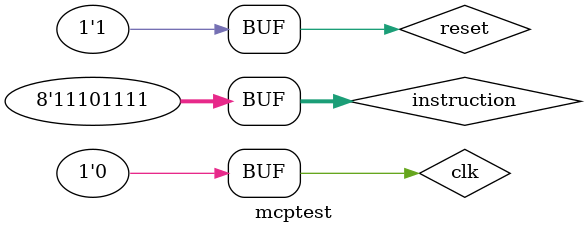
<source format=v>
`timescale 1ns / 1ps


module mcptest;

	// Inputs
	reg [7:0] instruction;
	reg clk;
	reg reset;

	// Outputs
	wire [7:0] nextAddress;
	wire [6:0] out1;
	wire [6:0] out2;
	wire [6:0] out3;
	wire [6:0] out4;

	// Instantiate the Unit Under Test (UUT)
	MCP uut (
		.instruction(instruction), 
		.clk(clk), 
		.reset(reset), 
		.nextAddress(nextAddress), 
		.out1(out1), 
		.out2(out2), 
		.out3(out3), 
		.out4(out4)
	);
	/*
	initial begin
	clk=0;
	forever #10 clk=~clk;
	end
	*/
	initial begin
		// Initialize Inputs
		instruction = 0;
		clk = 0;
		reset = 0;
		#100;
		/*
		// Wait 100 ns for global reset to finish
		
		instruction = 8'b01001001;
		#50;
		clk = 1;
		#50;
		clk=0;
		instruction =  8'b11000001;
		#50;
		clk = 1;
		#50;
		clk=0;
		instruction =  8'b00011000;
		#50;
		clk = 1;
		#50;
		clk=0;
		instruction =  8'b10101001;
		#50;
		clk = 1;
		#50;
		clk=0;
		instruction = 8'b01001101;
		#50;
      clk = 1;
		#50;
		clk=0;
		*/
		instruction = 8'b01000101;
		#50;
		clk = 1;
		#50;
		clk=0;
		instruction = 8'b10000100;
		#50;
		clk = 1;
		#50;
		clk=0;
		instruction = 8'b01011000;
		#50;
		clk = 1;
		#50;
		clk=0;
		instruction = 8'b00100111;
		#50;
		clk = 1;
		#50;
		clk=0;
		instruction = 8'b00111010;
		#50;
		clk = 1;
		#50;
		clk=0;
		instruction = 8'b00111010;
		#50;
		clk = 1;
		#50;
		clk=0;
		instruction = 8'b00101101;
		#50;
		clk = 1;
		#50;
		clk=0;
		instruction =  8'b10000101;
		#50;
		clk = 1;
		#50;
		clk=0;
		instruction = 8'b01001101;
		#50;
		clk = 1;
		#50;
		clk=0;
		instruction = 8'b00011110;
		#50;
		clk = 1;
		#50;
		clk=0;
		instruction = 8'b01000100;
		#50;
		clk = 1;
		#50;
		clk=0;
		instruction = 8'b00011010;
		#50;
		clk = 1;
		#50;
		clk=0;
		instruction = 8'b00011010;
		#50;
		clk = 1;
		#50;
		clk=0;
		instruction = 8'b00011010;
		#50;
		clk = 1;
		#50;
		clk=0;
		instruction = 8'b00011010;
		#50;
		clk = 1;
		#50;
		clk=0;
		instruction = 8'b01101111;
		#50;
		clk = 1;
		#50;
		clk=0;
		instruction = 8'b00101101;
		#50;
		clk = 1;
		#50;
		clk=0;
		instruction = 8'b01101001;
		#50;
		clk = 1;
		#50;
		clk=0;
		instruction = 8'b00101101;
		#50;
		clk = 1;
		#50;
		clk=0;
		instruction = 8'b11000001;
		#50;
		clk = 1;
		#50;
		clk=0;
		instruction = 8'b0;
		#50;
		clk = 1;
		#50;
		clk=0;
		instruction = 8'b01000101;
		#50;
		clk = 1;
		#50;
		clk=0;
		instruction = 8'b11101111;
		#50;
		clk = 1;
		#50;
		clk=0;
		#100
		reset=1;
		// Add stimulus here

	end
      
endmodule


</source>
